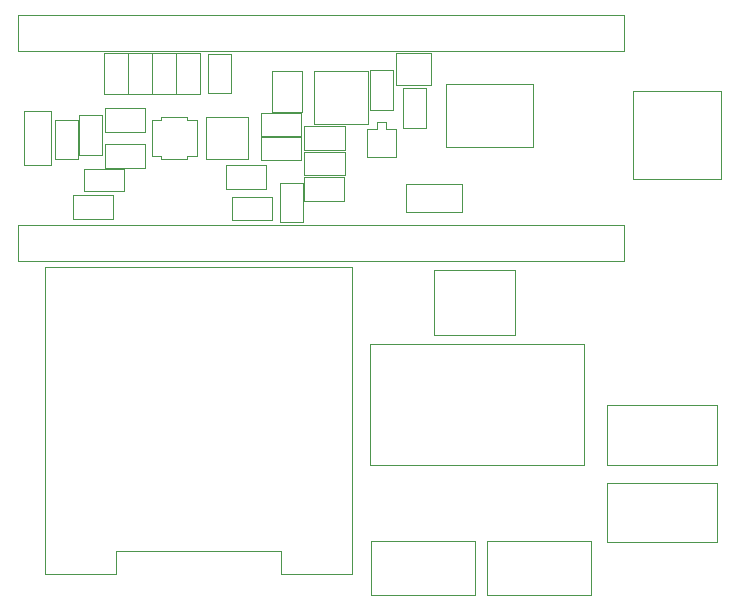
<source format=gbr>
G04 #@! TF.GenerationSoftware,KiCad,Pcbnew,7.0.8-7.0.8~ubuntu22.04.1*
G04 #@! TF.CreationDate,2023-10-11T18:06:27+02:00*
G04 #@! TF.ProjectId,PD_Micro,50445f4d-6963-4726-9f2e-6b696361645f,rev?*
G04 #@! TF.SameCoordinates,PX7ce2370PY67d8790*
G04 #@! TF.FileFunction,Other,User*
%FSLAX46Y46*%
G04 Gerber Fmt 4.6, Leading zero omitted, Abs format (unit mm)*
G04 Created by KiCad (PCBNEW 7.0.8-7.0.8~ubuntu22.04.1) date 2023-10-11 18:06:27*
%MOMM*%
%LPD*%
G01*
G04 APERTURE LIST*
%ADD10C,0.050000*%
%ADD11C,0.120000*%
G04 APERTURE END LIST*
D10*
X85135000Y-26539000D02*
X93935000Y-26539000D01*
X85135000Y-31089000D02*
X85135000Y-26539000D01*
X93935000Y-26539000D02*
X93935000Y-31089000D01*
X93935000Y-31089000D02*
X85135000Y-31089000D01*
X75356000Y-26506000D02*
X84156000Y-26506000D01*
X75356000Y-31056000D02*
X75356000Y-26506000D01*
X84156000Y-26506000D02*
X84156000Y-31056000D01*
X84156000Y-31056000D02*
X75356000Y-31056000D01*
X75035000Y8799000D02*
X75035000Y13299000D01*
X75035000Y13299000D02*
X70535000Y13299000D01*
X70535000Y8799000D02*
X75035000Y8799000D01*
X70535000Y13299000D02*
X70535000Y8799000D01*
X69688000Y6441000D02*
X73088000Y6441000D01*
X69688000Y4481000D02*
X69688000Y6441000D01*
X73088000Y6441000D02*
X73088000Y4481000D01*
X73088000Y4481000D02*
X69688000Y4481000D01*
X61359000Y9380000D02*
X64879000Y9380000D01*
X61359000Y5860000D02*
X61359000Y9380000D01*
X64879000Y9380000D02*
X64879000Y5860000D01*
X64879000Y5860000D02*
X61359000Y5860000D01*
X56183000Y8164000D02*
X52783000Y8164000D01*
X56183000Y10124000D02*
X56183000Y8164000D01*
X52783000Y8164000D02*
X52783000Y10124000D01*
X52783000Y10124000D02*
X56183000Y10124000D01*
X80624000Y-3600000D02*
X80624000Y-9100000D01*
X80624000Y-9100000D02*
X87524000Y-9100000D01*
X87524000Y-3600000D02*
X80624000Y-3600000D01*
X87524000Y-9100000D02*
X87524000Y-3600000D01*
X83009000Y1390000D02*
X83009000Y3690000D01*
X83009000Y1390000D02*
X78309000Y1390000D01*
X78309000Y1390000D02*
X78309000Y3690000D01*
X78309000Y3690000D02*
X83009000Y3690000D01*
X52755000Y11381000D02*
X52755000Y14781000D01*
X54715000Y11381000D02*
X52755000Y11381000D01*
X52755000Y14781000D02*
X54715000Y14781000D01*
X54715000Y14781000D02*
X54715000Y11381000D01*
X60574000Y6120000D02*
X60574000Y9120000D01*
X60574000Y9120000D02*
X59774000Y9120000D01*
X59774000Y5820000D02*
X59774000Y6120000D01*
X59774000Y6120000D02*
X60574000Y6120000D01*
X59774000Y9420000D02*
X59774000Y9120000D01*
X59774000Y9420000D02*
X57574000Y9420000D01*
X57574000Y5820000D02*
X59774000Y5820000D01*
X57574000Y5820000D02*
X57574000Y6120000D01*
X57574000Y9120000D02*
X56774000Y9120000D01*
X57574000Y9420000D02*
X57574000Y9120000D01*
X56774000Y6120000D02*
X57574000Y6120000D01*
X56774000Y9120000D02*
X56774000Y6120000D01*
X56183000Y5116000D02*
X52783000Y5116000D01*
X56183000Y7076000D02*
X56183000Y5116000D01*
X52783000Y5116000D02*
X52783000Y7076000D01*
X52783000Y7076000D02*
X56183000Y7076000D01*
X75278000Y-20103500D02*
X93378000Y-20103500D01*
X93378000Y-20103500D02*
X93378000Y-9803500D01*
X75278000Y-9803500D02*
X75278000Y-20103500D01*
X93378000Y-9803500D02*
X75278000Y-9803500D01*
X63070000Y5298000D02*
X66470000Y5298000D01*
X63070000Y3338000D02*
X63070000Y5298000D01*
X66470000Y5298000D02*
X66470000Y3338000D01*
X66470000Y3338000D02*
X63070000Y3338000D01*
X54787000Y11381000D02*
X54787000Y14781000D01*
X56747000Y11381000D02*
X54787000Y11381000D01*
X54787000Y14781000D02*
X56747000Y14781000D01*
X56747000Y14781000D02*
X56747000Y11381000D01*
X58851000Y11381000D02*
X58851000Y14781000D01*
X60811000Y11381000D02*
X58851000Y11381000D01*
X58851000Y14781000D02*
X60811000Y14781000D01*
X60811000Y14781000D02*
X60811000Y11381000D01*
X75014000Y5993000D02*
X75014000Y8393000D01*
X77414000Y5993000D02*
X75014000Y5993000D01*
X75014000Y8393000D02*
X75814000Y8393000D01*
X75814000Y8393000D02*
X75814000Y8993000D01*
X76614000Y8393000D02*
X77414000Y8393000D01*
X76614000Y8393000D02*
X76614000Y8993000D01*
X77414000Y8393000D02*
X77414000Y5993000D01*
X76614000Y8993000D02*
X75814000Y8993000D01*
X50480000Y9173000D02*
X50480000Y5813000D01*
X48580000Y9173000D02*
X50480000Y9173000D01*
X50480000Y5813000D02*
X48580000Y5813000D01*
X48580000Y5813000D02*
X48580000Y9173000D01*
X63598000Y2601000D02*
X66958000Y2601000D01*
X63598000Y701000D02*
X63598000Y2601000D01*
X66958000Y2601000D02*
X66958000Y701000D01*
X66958000Y701000D02*
X63598000Y701000D01*
X56819000Y11381000D02*
X56819000Y14781000D01*
X58779000Y11381000D02*
X56819000Y11381000D01*
X56819000Y14781000D02*
X58779000Y14781000D01*
X58779000Y14781000D02*
X58779000Y11381000D01*
X50116000Y2758000D02*
X53516000Y2758000D01*
X50116000Y798000D02*
X50116000Y2758000D01*
X53516000Y2758000D02*
X53516000Y798000D01*
X53516000Y798000D02*
X50116000Y798000D01*
X66913000Y13257000D02*
X66913000Y9857000D01*
X66913000Y13257000D02*
X69513000Y13257000D01*
X66913000Y9857000D02*
X69513000Y9857000D01*
X69513000Y13257000D02*
X69513000Y9857000D01*
X79988000Y11860000D02*
X79988000Y8460000D01*
X78028000Y11860000D02*
X79988000Y11860000D01*
X79988000Y8460000D02*
X78028000Y8460000D01*
X78028000Y8460000D02*
X78028000Y11860000D01*
X69530000Y3839000D02*
X69530000Y479000D01*
X67630000Y3839000D02*
X69530000Y3839000D01*
X69530000Y479000D02*
X67630000Y479000D01*
X67630000Y479000D02*
X67630000Y3839000D01*
X69688000Y8600000D02*
X73088000Y8600000D01*
X69688000Y6640000D02*
X69688000Y8600000D01*
X73088000Y8600000D02*
X73088000Y6640000D01*
X73088000Y6640000D02*
X69688000Y6640000D01*
X52512000Y9554000D02*
X52512000Y6194000D01*
X50612000Y9554000D02*
X52512000Y9554000D01*
X52512000Y6194000D02*
X50612000Y6194000D01*
X50612000Y6194000D02*
X50612000Y9554000D01*
X66025000Y7681000D02*
X69385000Y7681000D01*
X66025000Y5781000D02*
X66025000Y7681000D01*
X69385000Y7681000D02*
X69385000Y5781000D01*
X69385000Y5781000D02*
X66025000Y5781000D01*
X61548000Y11401000D02*
X61548000Y14761000D01*
X63448000Y11401000D02*
X61548000Y11401000D01*
X61548000Y14761000D02*
X63448000Y14761000D01*
X63448000Y14761000D02*
X63448000Y11401000D01*
X81644000Y12225000D02*
X81644000Y6825000D01*
X81644000Y6825000D02*
X89044000Y6825000D01*
X89044000Y12225000D02*
X81644000Y12225000D01*
X89044000Y6825000D02*
X89044000Y12225000D01*
X51015500Y5014000D02*
X54375500Y5014000D01*
X51015500Y3114000D02*
X51015500Y5014000D01*
X54375500Y5014000D02*
X54375500Y3114000D01*
X54375500Y3114000D02*
X51015500Y3114000D01*
X95299000Y-15026000D02*
X104599000Y-15026000D01*
X95299000Y-20026000D02*
X95299000Y-15026000D01*
X104599000Y-15026000D02*
X104599000Y-20026000D01*
X104599000Y-20026000D02*
X95299000Y-20026000D01*
X69385000Y7813000D02*
X66025000Y7813000D01*
X69385000Y9713000D02*
X69385000Y7813000D01*
X66025000Y7813000D02*
X66025000Y9713000D01*
X66025000Y9713000D02*
X69385000Y9713000D01*
X77164000Y13364000D02*
X77164000Y10004000D01*
X75264000Y13364000D02*
X77164000Y13364000D01*
X77164000Y10004000D02*
X75264000Y10004000D01*
X75264000Y10004000D02*
X75264000Y13364000D01*
D11*
X45466000Y-2794000D02*
X45466000Y254000D01*
X96774000Y-2794000D02*
X45466000Y-2794000D01*
X45466000Y254000D02*
X96774000Y254000D01*
X96774000Y254000D02*
X96774000Y-2794000D01*
D10*
X45974000Y5334000D02*
X45974000Y9906000D01*
X48260000Y5334000D02*
X45974000Y5334000D01*
X45974000Y9906000D02*
X48260000Y9906000D01*
X48260000Y9906000D02*
X48260000Y5334000D01*
D11*
X45466000Y14986000D02*
X45466000Y18034000D01*
X96774000Y14986000D02*
X45466000Y14986000D01*
X45466000Y18034000D02*
X96774000Y18034000D01*
X96774000Y18034000D02*
X96774000Y14986000D01*
D10*
X69674000Y4282000D02*
X73074000Y4282000D01*
X69674000Y2322000D02*
X69674000Y4282000D01*
X73074000Y4282000D02*
X73074000Y2322000D01*
X73074000Y2322000D02*
X69674000Y2322000D01*
X95299000Y-21610000D02*
X104599000Y-21610000D01*
X95299000Y-26610000D02*
X95299000Y-21610000D01*
X104599000Y-21610000D02*
X104599000Y-26610000D01*
X104599000Y-26610000D02*
X95299000Y-26610000D01*
X77426400Y14833600D02*
X77426400Y12090400D01*
X77426400Y14833600D02*
X80423600Y14833600D01*
X77426400Y12090400D02*
X80423600Y12090400D01*
X80423600Y14833600D02*
X80423600Y12090400D01*
X47706000Y-3326000D02*
X47706000Y-29326000D01*
X47706000Y-29326000D02*
X53706000Y-29326000D01*
X53706000Y-27326000D02*
X67706000Y-27326000D01*
X53706000Y-29326000D02*
X53706000Y-27326000D01*
X67706000Y-27326000D02*
X67706000Y-29326000D01*
X67706000Y-29326000D02*
X73706000Y-29326000D01*
X73706000Y-3326000D02*
X47706000Y-3326000D01*
X73706000Y-29326000D02*
X73706000Y-3326000D01*
X104992000Y11574000D02*
X97492000Y11574000D01*
X97492000Y11574000D02*
X97492000Y4174000D01*
X104992000Y4174000D02*
X104992000Y11574000D01*
X97492000Y4174000D02*
X104992000Y4174000D01*
M02*

</source>
